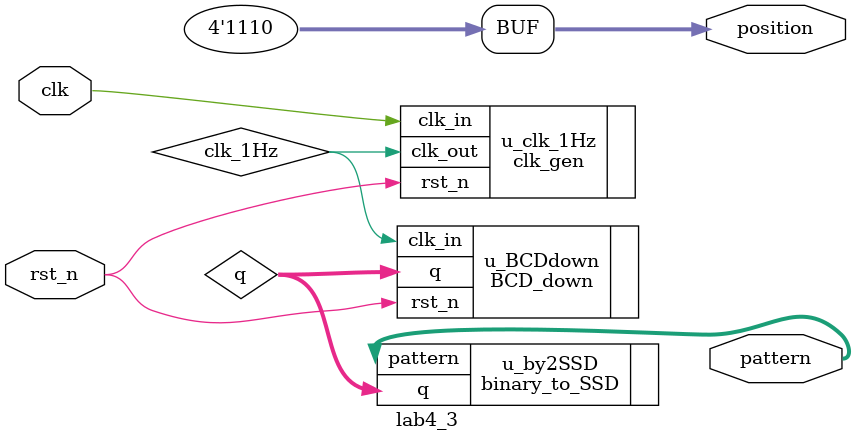
<source format=v>
module lab4_3
(
    input clk,
    input rst_n,

    output [3:0] position,
    output [7:0] pattern
);

localparam period_2Hz = 2;
localparam bit_num = 30;

wire clk_1Hz;
wire [3:0] q;

assign position = 4'b1110;

//1Hz clock generater
clk_gen 
#(
 .period(period_2Hz),
 .bit_num(bit_num)
)
u_clk_1Hz
(
  .clk_in(clk),
  .rst_n(rst_n),

  .clk_out(clk_1Hz)
);

//binary counter
BCD_down u_BCDdown 
(
  .clk_in(clk_1Hz),
  .rst_n(rst_n),
  .q(q)
);

binary_to_SSD u_by2SSD
(
  .q(q),
  .pattern(pattern)
);
endmodule

</source>
